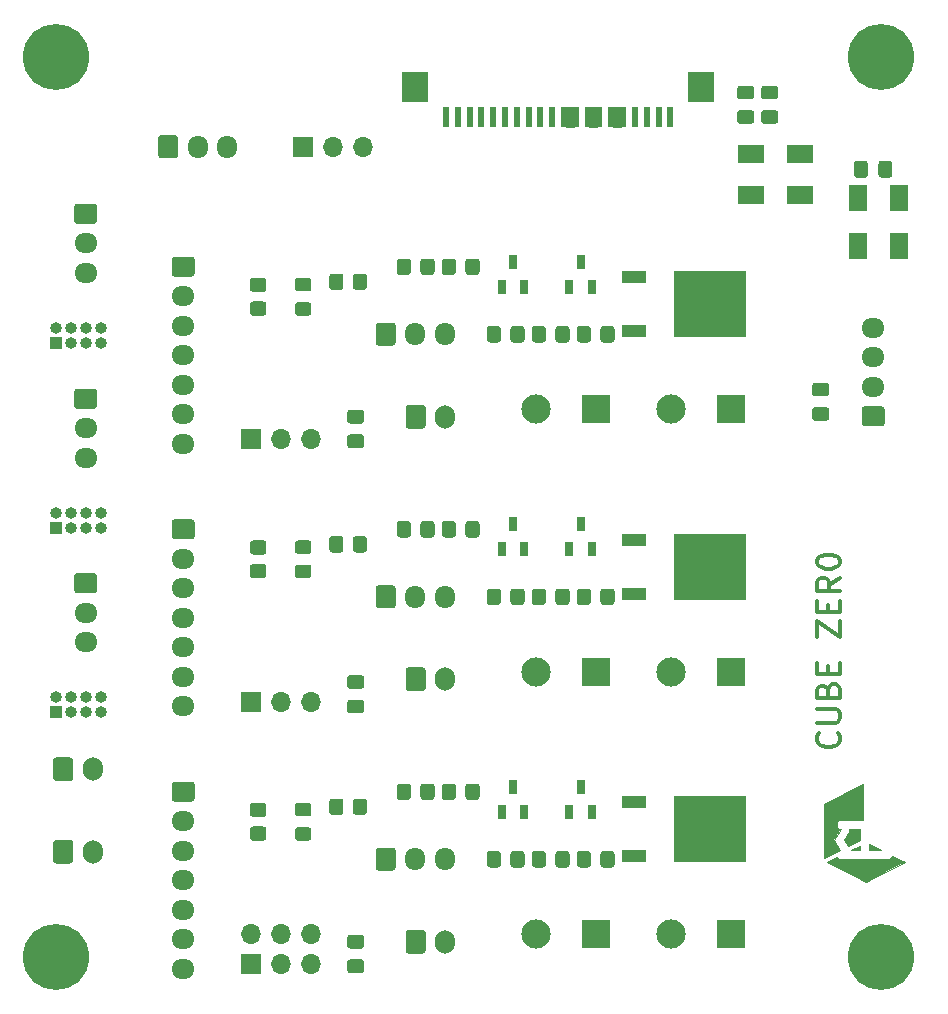
<source format=gbr>
%TF.GenerationSoftware,KiCad,Pcbnew,(5.1.9)-1*%
%TF.CreationDate,2021-02-17T21:12:08+00:00*%
%TF.ProjectId,switcherv0,73776974-6368-4657-9276-302e6b696361,rev?*%
%TF.SameCoordinates,Original*%
%TF.FileFunction,Soldermask,Top*%
%TF.FilePolarity,Negative*%
%FSLAX46Y46*%
G04 Gerber Fmt 4.6, Leading zero omitted, Abs format (unit mm)*
G04 Created by KiCad (PCBNEW (5.1.9)-1) date 2021-02-17 21:12:08*
%MOMM*%
%LPD*%
G01*
G04 APERTURE LIST*
%ADD10C,0.100000*%
%ADD11C,0.300000*%
%ADD12C,3.600000*%
%ADD13C,5.600000*%
%ADD14R,2.200000X2.500000*%
%ADD15R,0.600000X1.800000*%
%ADD16O,1.700000X2.000000*%
%ADD17O,1.700000X1.700000*%
%ADD18R,1.700000X1.700000*%
%ADD19R,1.550000X2.200000*%
%ADD20R,2.200000X1.550000*%
%ADD21R,0.650000X1.200000*%
%ADD22O,1.950000X1.700000*%
%ADD23R,6.200000X5.600000*%
%ADD24R,2.100000X1.000000*%
%ADD25C,2.475000*%
%ADD26R,2.475000X2.475000*%
%ADD27O,1.000000X1.000000*%
%ADD28R,1.000000X1.000000*%
%ADD29O,1.700000X1.950000*%
G04 APERTURE END LIST*
D10*
G36*
X159639000Y-65598040D02*
G01*
X158978600Y-65598040D01*
X158978600Y-63921640D01*
X159639000Y-63921640D01*
X159639000Y-65598040D01*
G37*
X159639000Y-65598040D02*
X158978600Y-65598040D01*
X158978600Y-63921640D01*
X159639000Y-63921640D01*
X159639000Y-65598040D01*
G36*
X157581600Y-65603120D02*
G01*
X156921200Y-65603120D01*
X156921200Y-63926720D01*
X157581600Y-63926720D01*
X157581600Y-65603120D01*
G37*
X157581600Y-65603120D02*
X156921200Y-65603120D01*
X156921200Y-63926720D01*
X157581600Y-63926720D01*
X157581600Y-65603120D01*
G36*
X155625800Y-65620900D02*
G01*
X154965400Y-65620900D01*
X154965400Y-63944500D01*
X155625800Y-63944500D01*
X155625800Y-65620900D01*
G37*
X155625800Y-65620900D02*
X154965400Y-65620900D01*
X154965400Y-63944500D01*
X155625800Y-63944500D01*
X155625800Y-65620900D01*
D11*
X178006285Y-116930952D02*
X178101523Y-117026190D01*
X178196761Y-117311904D01*
X178196761Y-117502380D01*
X178101523Y-117788095D01*
X177911047Y-117978571D01*
X177720571Y-118073809D01*
X177339619Y-118169047D01*
X177053904Y-118169047D01*
X176672952Y-118073809D01*
X176482476Y-117978571D01*
X176292000Y-117788095D01*
X176196761Y-117502380D01*
X176196761Y-117311904D01*
X176292000Y-117026190D01*
X176387238Y-116930952D01*
X176196761Y-116073809D02*
X177815809Y-116073809D01*
X178006285Y-115978571D01*
X178101523Y-115883333D01*
X178196761Y-115692857D01*
X178196761Y-115311904D01*
X178101523Y-115121428D01*
X178006285Y-115026190D01*
X177815809Y-114930952D01*
X176196761Y-114930952D01*
X177149142Y-113311904D02*
X177244380Y-113026190D01*
X177339619Y-112930952D01*
X177530095Y-112835714D01*
X177815809Y-112835714D01*
X178006285Y-112930952D01*
X178101523Y-113026190D01*
X178196761Y-113216666D01*
X178196761Y-113978571D01*
X176196761Y-113978571D01*
X176196761Y-113311904D01*
X176292000Y-113121428D01*
X176387238Y-113026190D01*
X176577714Y-112930952D01*
X176768190Y-112930952D01*
X176958666Y-113026190D01*
X177053904Y-113121428D01*
X177149142Y-113311904D01*
X177149142Y-113978571D01*
X177149142Y-111978571D02*
X177149142Y-111311904D01*
X178196761Y-111026190D02*
X178196761Y-111978571D01*
X176196761Y-111978571D01*
X176196761Y-111026190D01*
X176196761Y-108835714D02*
X176196761Y-107502380D01*
X178196761Y-108835714D01*
X178196761Y-107502380D01*
X177149142Y-106740476D02*
X177149142Y-106073809D01*
X178196761Y-105788095D02*
X178196761Y-106740476D01*
X176196761Y-106740476D01*
X176196761Y-105788095D01*
X178196761Y-103788095D02*
X177244380Y-104454761D01*
X178196761Y-104930952D02*
X176196761Y-104930952D01*
X176196761Y-104169047D01*
X176292000Y-103978571D01*
X176387238Y-103883333D01*
X176577714Y-103788095D01*
X176863428Y-103788095D01*
X177053904Y-103883333D01*
X177149142Y-103978571D01*
X177244380Y-104169047D01*
X177244380Y-104930952D01*
X176196761Y-102550000D02*
X176196761Y-102359523D01*
X176292000Y-102169047D01*
X176387238Y-102073809D01*
X176577714Y-101978571D01*
X176958666Y-101883333D01*
X177434857Y-101883333D01*
X177815809Y-101978571D01*
X178006285Y-102073809D01*
X178101523Y-102169047D01*
X178196761Y-102359523D01*
X178196761Y-102550000D01*
X178101523Y-102740476D01*
X178006285Y-102835714D01*
X177815809Y-102930952D01*
X177434857Y-103026190D01*
X176958666Y-103026190D01*
X176577714Y-102930952D01*
X176387238Y-102835714D01*
X176292000Y-102740476D01*
X176196761Y-102550000D01*
D10*
%TO.C,U1*%
G36*
X180086000Y-121285000D02*
G01*
X180086000Y-124333000D01*
X178054000Y-124333000D01*
X177927000Y-124460000D01*
X177927000Y-124968000D01*
X178054000Y-125095000D01*
X178244500Y-125095000D01*
X177673000Y-125984000D01*
X178181000Y-126809500D01*
X176784000Y-127508000D01*
X176784000Y-122936000D01*
X180086000Y-121285000D01*
G37*
X180086000Y-121285000D02*
X180086000Y-124333000D01*
X178054000Y-124333000D01*
X177927000Y-124460000D01*
X177927000Y-124968000D01*
X178054000Y-125095000D01*
X178244500Y-125095000D01*
X177673000Y-125984000D01*
X178181000Y-126809500D01*
X176784000Y-127508000D01*
X176784000Y-122936000D01*
X180086000Y-121285000D01*
G36*
X178943000Y-125285500D02*
G01*
X178943000Y-125095000D01*
X179832000Y-125095000D01*
X179832000Y-125984000D01*
X178816000Y-126492000D01*
X178498500Y-125984000D01*
X178943000Y-125285500D01*
G37*
X178943000Y-125285500D02*
X178943000Y-125095000D01*
X179832000Y-125095000D01*
X179832000Y-125984000D01*
X178816000Y-126492000D01*
X178498500Y-125984000D01*
X178943000Y-125285500D01*
G36*
X177927000Y-127444500D02*
G01*
X178054000Y-127635000D01*
X180340000Y-127635000D01*
X180340000Y-129540000D01*
X177038000Y-127889000D01*
X177927000Y-127444500D01*
G37*
X177927000Y-127444500D02*
X178054000Y-127635000D01*
X180340000Y-127635000D01*
X180340000Y-129540000D01*
X177038000Y-127889000D01*
X177927000Y-127444500D01*
G36*
X179832000Y-126492000D02*
G01*
X179832000Y-126873000D01*
X179070000Y-126873000D01*
X179832000Y-126492000D01*
G37*
X179832000Y-126492000D02*
X179832000Y-126873000D01*
X179070000Y-126873000D01*
X179832000Y-126492000D01*
G36*
X182372000Y-127635000D02*
G01*
X182562500Y-127381000D01*
X183642000Y-127889000D01*
X180340000Y-129540000D01*
X180340000Y-127635000D01*
X182372000Y-127635000D01*
G37*
X182372000Y-127635000D02*
X182562500Y-127381000D01*
X183642000Y-127889000D01*
X180340000Y-129540000D01*
X180340000Y-127635000D01*
X182372000Y-127635000D01*
G36*
X181610000Y-126873000D02*
G01*
X180594000Y-126873000D01*
X180594000Y-126365000D01*
X181610000Y-126873000D01*
G37*
X181610000Y-126873000D02*
X180594000Y-126873000D01*
X180594000Y-126365000D01*
X181610000Y-126873000D01*
G36*
X179832000Y-126492000D02*
G01*
X179832000Y-126873000D01*
X179070000Y-126873000D01*
X179832000Y-126492000D01*
G37*
X179832000Y-126492000D02*
X179832000Y-126873000D01*
X179070000Y-126873000D01*
X179832000Y-126492000D01*
G36*
X181610000Y-126873000D02*
G01*
X180594000Y-126873000D01*
X180594000Y-126365000D01*
X181610000Y-126873000D01*
G37*
X181610000Y-126873000D02*
X180594000Y-126873000D01*
X180594000Y-126365000D01*
X181610000Y-126873000D01*
G36*
X177927000Y-127444500D02*
G01*
X178054000Y-127635000D01*
X180340000Y-127635000D01*
X180340000Y-129540000D01*
X177038000Y-127889000D01*
X177927000Y-127444500D01*
G37*
X177927000Y-127444500D02*
X178054000Y-127635000D01*
X180340000Y-127635000D01*
X180340000Y-129540000D01*
X177038000Y-127889000D01*
X177927000Y-127444500D01*
G36*
X182372000Y-127635000D02*
G01*
X182562500Y-127381000D01*
X183642000Y-127889000D01*
X180340000Y-129540000D01*
X180340000Y-127635000D01*
X182372000Y-127635000D01*
G37*
X182372000Y-127635000D02*
X182562500Y-127381000D01*
X183642000Y-127889000D01*
X180340000Y-129540000D01*
X180340000Y-127635000D01*
X182372000Y-127635000D01*
%TD*%
D12*
%TO.C,H4*%
X111760000Y-135890000D03*
D13*
X111760000Y-135890000D03*
%TD*%
D12*
%TO.C,H3*%
X181610000Y-135890000D03*
D13*
X181610000Y-135890000D03*
%TD*%
D12*
%TO.C,H2*%
X181610000Y-59690000D03*
D13*
X181610000Y-59690000D03*
%TD*%
D12*
%TO.C,H1*%
X111760000Y-59690000D03*
D13*
X111760000Y-59690000D03*
%TD*%
%TO.C,C6*%
G36*
G01*
X181425000Y-69690000D02*
X181425000Y-68740000D01*
G75*
G02*
X181675000Y-68490000I250000J0D01*
G01*
X182350000Y-68490000D01*
G75*
G02*
X182600000Y-68740000I0J-250000D01*
G01*
X182600000Y-69690000D01*
G75*
G02*
X182350000Y-69940000I-250000J0D01*
G01*
X181675000Y-69940000D01*
G75*
G02*
X181425000Y-69690000I0J250000D01*
G01*
G37*
G36*
G01*
X179350000Y-69690000D02*
X179350000Y-68740000D01*
G75*
G02*
X179600000Y-68490000I250000J0D01*
G01*
X180275000Y-68490000D01*
G75*
G02*
X180525000Y-68740000I0J-250000D01*
G01*
X180525000Y-69690000D01*
G75*
G02*
X180275000Y-69940000I-250000J0D01*
G01*
X179600000Y-69940000D01*
G75*
G02*
X179350000Y-69690000I0J250000D01*
G01*
G37*
%TD*%
%TO.C,C5*%
G36*
G01*
X171737000Y-64204000D02*
X172687000Y-64204000D01*
G75*
G02*
X172937000Y-64454000I0J-250000D01*
G01*
X172937000Y-65129000D01*
G75*
G02*
X172687000Y-65379000I-250000J0D01*
G01*
X171737000Y-65379000D01*
G75*
G02*
X171487000Y-65129000I0J250000D01*
G01*
X171487000Y-64454000D01*
G75*
G02*
X171737000Y-64204000I250000J0D01*
G01*
G37*
G36*
G01*
X171737000Y-62129000D02*
X172687000Y-62129000D01*
G75*
G02*
X172937000Y-62379000I0J-250000D01*
G01*
X172937000Y-63054000D01*
G75*
G02*
X172687000Y-63304000I-250000J0D01*
G01*
X171737000Y-63304000D01*
G75*
G02*
X171487000Y-63054000I0J250000D01*
G01*
X171487000Y-62379000D01*
G75*
G02*
X171737000Y-62129000I250000J0D01*
G01*
G37*
%TD*%
%TO.C,C4*%
G36*
G01*
X177005000Y-88450000D02*
X176055000Y-88450000D01*
G75*
G02*
X175805000Y-88200000I0J250000D01*
G01*
X175805000Y-87525000D01*
G75*
G02*
X176055000Y-87275000I250000J0D01*
G01*
X177005000Y-87275000D01*
G75*
G02*
X177255000Y-87525000I0J-250000D01*
G01*
X177255000Y-88200000D01*
G75*
G02*
X177005000Y-88450000I-250000J0D01*
G01*
G37*
G36*
G01*
X177005000Y-90525000D02*
X176055000Y-90525000D01*
G75*
G02*
X175805000Y-90275000I0J250000D01*
G01*
X175805000Y-89600000D01*
G75*
G02*
X176055000Y-89350000I250000J0D01*
G01*
X177005000Y-89350000D01*
G75*
G02*
X177255000Y-89600000I0J-250000D01*
G01*
X177255000Y-90275000D01*
G75*
G02*
X177005000Y-90525000I-250000J0D01*
G01*
G37*
%TD*%
%TO.C,C3*%
G36*
G01*
X169705000Y-64204000D02*
X170655000Y-64204000D01*
G75*
G02*
X170905000Y-64454000I0J-250000D01*
G01*
X170905000Y-65129000D01*
G75*
G02*
X170655000Y-65379000I-250000J0D01*
G01*
X169705000Y-65379000D01*
G75*
G02*
X169455000Y-65129000I0J250000D01*
G01*
X169455000Y-64454000D01*
G75*
G02*
X169705000Y-64204000I250000J0D01*
G01*
G37*
G36*
G01*
X169705000Y-62129000D02*
X170655000Y-62129000D01*
G75*
G02*
X170905000Y-62379000I0J-250000D01*
G01*
X170905000Y-63054000D01*
G75*
G02*
X170655000Y-63304000I-250000J0D01*
G01*
X169705000Y-63304000D01*
G75*
G02*
X169455000Y-63054000I0J250000D01*
G01*
X169455000Y-62379000D01*
G75*
G02*
X169705000Y-62129000I250000J0D01*
G01*
G37*
%TD*%
%TO.C,D2*%
G36*
G01*
X133165001Y-79560000D02*
X132264999Y-79560000D01*
G75*
G02*
X132015000Y-79310001I0J249999D01*
G01*
X132015000Y-78659999D01*
G75*
G02*
X132264999Y-78410000I249999J0D01*
G01*
X133165001Y-78410000D01*
G75*
G02*
X133415000Y-78659999I0J-249999D01*
G01*
X133415000Y-79310001D01*
G75*
G02*
X133165001Y-79560000I-249999J0D01*
G01*
G37*
G36*
G01*
X133165001Y-81610000D02*
X132264999Y-81610000D01*
G75*
G02*
X132015000Y-81360001I0J249999D01*
G01*
X132015000Y-80709999D01*
G75*
G02*
X132264999Y-80460000I249999J0D01*
G01*
X133165001Y-80460000D01*
G75*
G02*
X133415000Y-80709999I0J-249999D01*
G01*
X133415000Y-81360001D01*
G75*
G02*
X133165001Y-81610000I-249999J0D01*
G01*
G37*
%TD*%
%TO.C,D1*%
G36*
G01*
X133165001Y-101785000D02*
X132264999Y-101785000D01*
G75*
G02*
X132015000Y-101535001I0J249999D01*
G01*
X132015000Y-100884999D01*
G75*
G02*
X132264999Y-100635000I249999J0D01*
G01*
X133165001Y-100635000D01*
G75*
G02*
X133415000Y-100884999I0J-249999D01*
G01*
X133415000Y-101535001D01*
G75*
G02*
X133165001Y-101785000I-249999J0D01*
G01*
G37*
G36*
G01*
X133165001Y-103835000D02*
X132264999Y-103835000D01*
G75*
G02*
X132015000Y-103585001I0J249999D01*
G01*
X132015000Y-102934999D01*
G75*
G02*
X132264999Y-102685000I249999J0D01*
G01*
X133165001Y-102685000D01*
G75*
G02*
X133415000Y-102934999I0J-249999D01*
G01*
X133415000Y-103585001D01*
G75*
G02*
X133165001Y-103835000I-249999J0D01*
G01*
G37*
%TD*%
%TO.C,D0*%
G36*
G01*
X133165001Y-124010000D02*
X132264999Y-124010000D01*
G75*
G02*
X132015000Y-123760001I0J249999D01*
G01*
X132015000Y-123109999D01*
G75*
G02*
X132264999Y-122860000I249999J0D01*
G01*
X133165001Y-122860000D01*
G75*
G02*
X133415000Y-123109999I0J-249999D01*
G01*
X133415000Y-123760001D01*
G75*
G02*
X133165001Y-124010000I-249999J0D01*
G01*
G37*
G36*
G01*
X133165001Y-126060000D02*
X132264999Y-126060000D01*
G75*
G02*
X132015000Y-125810001I0J249999D01*
G01*
X132015000Y-125159999D01*
G75*
G02*
X132264999Y-124910000I249999J0D01*
G01*
X133165001Y-124910000D01*
G75*
G02*
X133415000Y-125159999I0J-249999D01*
G01*
X133415000Y-125810001D01*
G75*
G02*
X133165001Y-126060000I-249999J0D01*
G01*
G37*
%TD*%
%TO.C,R20*%
G36*
G01*
X157080000Y-82734999D02*
X157080000Y-83635001D01*
G75*
G02*
X156830001Y-83885000I-249999J0D01*
G01*
X156129999Y-83885000D01*
G75*
G02*
X155880000Y-83635001I0J249999D01*
G01*
X155880000Y-82734999D01*
G75*
G02*
X156129999Y-82485000I249999J0D01*
G01*
X156830001Y-82485000D01*
G75*
G02*
X157080000Y-82734999I0J-249999D01*
G01*
G37*
G36*
G01*
X159080000Y-82734999D02*
X159080000Y-83635001D01*
G75*
G02*
X158830001Y-83885000I-249999J0D01*
G01*
X158129999Y-83885000D01*
G75*
G02*
X157880000Y-83635001I0J249999D01*
G01*
X157880000Y-82734999D01*
G75*
G02*
X158129999Y-82485000I249999J0D01*
G01*
X158830001Y-82485000D01*
G75*
G02*
X159080000Y-82734999I0J-249999D01*
G01*
G37*
%TD*%
%TO.C,R19*%
G36*
G01*
X154070000Y-83635001D02*
X154070000Y-82734999D01*
G75*
G02*
X154319999Y-82485000I249999J0D01*
G01*
X155020001Y-82485000D01*
G75*
G02*
X155270000Y-82734999I0J-249999D01*
G01*
X155270000Y-83635001D01*
G75*
G02*
X155020001Y-83885000I-249999J0D01*
G01*
X154319999Y-83885000D01*
G75*
G02*
X154070000Y-83635001I0J249999D01*
G01*
G37*
G36*
G01*
X152070000Y-83635001D02*
X152070000Y-82734999D01*
G75*
G02*
X152319999Y-82485000I249999J0D01*
G01*
X153020001Y-82485000D01*
G75*
G02*
X153270000Y-82734999I0J-249999D01*
G01*
X153270000Y-83635001D01*
G75*
G02*
X153020001Y-83885000I-249999J0D01*
G01*
X152319999Y-83885000D01*
G75*
G02*
X152070000Y-83635001I0J249999D01*
G01*
G37*
%TD*%
%TO.C,R18*%
G36*
G01*
X150260000Y-83635001D02*
X150260000Y-82734999D01*
G75*
G02*
X150509999Y-82485000I249999J0D01*
G01*
X151210001Y-82485000D01*
G75*
G02*
X151460000Y-82734999I0J-249999D01*
G01*
X151460000Y-83635001D01*
G75*
G02*
X151210001Y-83885000I-249999J0D01*
G01*
X150509999Y-83885000D01*
G75*
G02*
X150260000Y-83635001I0J249999D01*
G01*
G37*
G36*
G01*
X148260000Y-83635001D02*
X148260000Y-82734999D01*
G75*
G02*
X148509999Y-82485000I249999J0D01*
G01*
X149210001Y-82485000D01*
G75*
G02*
X149460000Y-82734999I0J-249999D01*
G01*
X149460000Y-83635001D01*
G75*
G02*
X149210001Y-83885000I-249999J0D01*
G01*
X148509999Y-83885000D01*
G75*
G02*
X148260000Y-83635001I0J249999D01*
G01*
G37*
%TD*%
%TO.C,R17*%
G36*
G01*
X145650000Y-77019999D02*
X145650000Y-77920001D01*
G75*
G02*
X145400001Y-78170000I-249999J0D01*
G01*
X144699999Y-78170000D01*
G75*
G02*
X144450000Y-77920001I0J249999D01*
G01*
X144450000Y-77019999D01*
G75*
G02*
X144699999Y-76770000I249999J0D01*
G01*
X145400001Y-76770000D01*
G75*
G02*
X145650000Y-77019999I0J-249999D01*
G01*
G37*
G36*
G01*
X147650000Y-77019999D02*
X147650000Y-77920001D01*
G75*
G02*
X147400001Y-78170000I-249999J0D01*
G01*
X146699999Y-78170000D01*
G75*
G02*
X146450000Y-77920001I0J249999D01*
G01*
X146450000Y-77019999D01*
G75*
G02*
X146699999Y-76770000I249999J0D01*
G01*
X147400001Y-76770000D01*
G75*
G02*
X147650000Y-77019999I0J-249999D01*
G01*
G37*
%TD*%
%TO.C,R16*%
G36*
G01*
X141840000Y-77019999D02*
X141840000Y-77920001D01*
G75*
G02*
X141590001Y-78170000I-249999J0D01*
G01*
X140889999Y-78170000D01*
G75*
G02*
X140640000Y-77920001I0J249999D01*
G01*
X140640000Y-77019999D01*
G75*
G02*
X140889999Y-76770000I249999J0D01*
G01*
X141590001Y-76770000D01*
G75*
G02*
X141840000Y-77019999I0J-249999D01*
G01*
G37*
G36*
G01*
X143840000Y-77019999D02*
X143840000Y-77920001D01*
G75*
G02*
X143590001Y-78170000I-249999J0D01*
G01*
X142889999Y-78170000D01*
G75*
G02*
X142640000Y-77920001I0J249999D01*
G01*
X142640000Y-77019999D01*
G75*
G02*
X142889999Y-76770000I249999J0D01*
G01*
X143590001Y-76770000D01*
G75*
G02*
X143840000Y-77019999I0J-249999D01*
G01*
G37*
%TD*%
%TO.C,R15*%
G36*
G01*
X136925000Y-79190001D02*
X136925000Y-78289999D01*
G75*
G02*
X137174999Y-78040000I249999J0D01*
G01*
X137875001Y-78040000D01*
G75*
G02*
X138125000Y-78289999I0J-249999D01*
G01*
X138125000Y-79190001D01*
G75*
G02*
X137875001Y-79440000I-249999J0D01*
G01*
X137174999Y-79440000D01*
G75*
G02*
X136925000Y-79190001I0J249999D01*
G01*
G37*
G36*
G01*
X134925000Y-79190001D02*
X134925000Y-78289999D01*
G75*
G02*
X135174999Y-78040000I249999J0D01*
G01*
X135875001Y-78040000D01*
G75*
G02*
X136125000Y-78289999I0J-249999D01*
G01*
X136125000Y-79190001D01*
G75*
G02*
X135875001Y-79440000I-249999J0D01*
G01*
X135174999Y-79440000D01*
G75*
G02*
X134925000Y-79190001I0J249999D01*
G01*
G37*
%TD*%
%TO.C,R14*%
G36*
G01*
X129355001Y-79610000D02*
X128454999Y-79610000D01*
G75*
G02*
X128205000Y-79360001I0J249999D01*
G01*
X128205000Y-78659999D01*
G75*
G02*
X128454999Y-78410000I249999J0D01*
G01*
X129355001Y-78410000D01*
G75*
G02*
X129605000Y-78659999I0J-249999D01*
G01*
X129605000Y-79360001D01*
G75*
G02*
X129355001Y-79610000I-249999J0D01*
G01*
G37*
G36*
G01*
X129355001Y-81610000D02*
X128454999Y-81610000D01*
G75*
G02*
X128205000Y-81360001I0J249999D01*
G01*
X128205000Y-80659999D01*
G75*
G02*
X128454999Y-80410000I249999J0D01*
G01*
X129355001Y-80410000D01*
G75*
G02*
X129605000Y-80659999I0J-249999D01*
G01*
X129605000Y-81360001D01*
G75*
G02*
X129355001Y-81610000I-249999J0D01*
G01*
G37*
%TD*%
%TO.C,R13*%
G36*
G01*
X157080000Y-104959999D02*
X157080000Y-105860001D01*
G75*
G02*
X156830001Y-106110000I-249999J0D01*
G01*
X156129999Y-106110000D01*
G75*
G02*
X155880000Y-105860001I0J249999D01*
G01*
X155880000Y-104959999D01*
G75*
G02*
X156129999Y-104710000I249999J0D01*
G01*
X156830001Y-104710000D01*
G75*
G02*
X157080000Y-104959999I0J-249999D01*
G01*
G37*
G36*
G01*
X159080000Y-104959999D02*
X159080000Y-105860001D01*
G75*
G02*
X158830001Y-106110000I-249999J0D01*
G01*
X158129999Y-106110000D01*
G75*
G02*
X157880000Y-105860001I0J249999D01*
G01*
X157880000Y-104959999D01*
G75*
G02*
X158129999Y-104710000I249999J0D01*
G01*
X158830001Y-104710000D01*
G75*
G02*
X159080000Y-104959999I0J-249999D01*
G01*
G37*
%TD*%
%TO.C,R12*%
G36*
G01*
X154070000Y-105860001D02*
X154070000Y-104959999D01*
G75*
G02*
X154319999Y-104710000I249999J0D01*
G01*
X155020001Y-104710000D01*
G75*
G02*
X155270000Y-104959999I0J-249999D01*
G01*
X155270000Y-105860001D01*
G75*
G02*
X155020001Y-106110000I-249999J0D01*
G01*
X154319999Y-106110000D01*
G75*
G02*
X154070000Y-105860001I0J249999D01*
G01*
G37*
G36*
G01*
X152070000Y-105860001D02*
X152070000Y-104959999D01*
G75*
G02*
X152319999Y-104710000I249999J0D01*
G01*
X153020001Y-104710000D01*
G75*
G02*
X153270000Y-104959999I0J-249999D01*
G01*
X153270000Y-105860001D01*
G75*
G02*
X153020001Y-106110000I-249999J0D01*
G01*
X152319999Y-106110000D01*
G75*
G02*
X152070000Y-105860001I0J249999D01*
G01*
G37*
%TD*%
%TO.C,R11*%
G36*
G01*
X150260000Y-105860001D02*
X150260000Y-104959999D01*
G75*
G02*
X150509999Y-104710000I249999J0D01*
G01*
X151210001Y-104710000D01*
G75*
G02*
X151460000Y-104959999I0J-249999D01*
G01*
X151460000Y-105860001D01*
G75*
G02*
X151210001Y-106110000I-249999J0D01*
G01*
X150509999Y-106110000D01*
G75*
G02*
X150260000Y-105860001I0J249999D01*
G01*
G37*
G36*
G01*
X148260000Y-105860001D02*
X148260000Y-104959999D01*
G75*
G02*
X148509999Y-104710000I249999J0D01*
G01*
X149210001Y-104710000D01*
G75*
G02*
X149460000Y-104959999I0J-249999D01*
G01*
X149460000Y-105860001D01*
G75*
G02*
X149210001Y-106110000I-249999J0D01*
G01*
X148509999Y-106110000D01*
G75*
G02*
X148260000Y-105860001I0J249999D01*
G01*
G37*
%TD*%
%TO.C,R10*%
G36*
G01*
X145650000Y-99244999D02*
X145650000Y-100145001D01*
G75*
G02*
X145400001Y-100395000I-249999J0D01*
G01*
X144699999Y-100395000D01*
G75*
G02*
X144450000Y-100145001I0J249999D01*
G01*
X144450000Y-99244999D01*
G75*
G02*
X144699999Y-98995000I249999J0D01*
G01*
X145400001Y-98995000D01*
G75*
G02*
X145650000Y-99244999I0J-249999D01*
G01*
G37*
G36*
G01*
X147650000Y-99244999D02*
X147650000Y-100145001D01*
G75*
G02*
X147400001Y-100395000I-249999J0D01*
G01*
X146699999Y-100395000D01*
G75*
G02*
X146450000Y-100145001I0J249999D01*
G01*
X146450000Y-99244999D01*
G75*
G02*
X146699999Y-98995000I249999J0D01*
G01*
X147400001Y-98995000D01*
G75*
G02*
X147650000Y-99244999I0J-249999D01*
G01*
G37*
%TD*%
%TO.C,R9*%
G36*
G01*
X141840000Y-99244999D02*
X141840000Y-100145001D01*
G75*
G02*
X141590001Y-100395000I-249999J0D01*
G01*
X140889999Y-100395000D01*
G75*
G02*
X140640000Y-100145001I0J249999D01*
G01*
X140640000Y-99244999D01*
G75*
G02*
X140889999Y-98995000I249999J0D01*
G01*
X141590001Y-98995000D01*
G75*
G02*
X141840000Y-99244999I0J-249999D01*
G01*
G37*
G36*
G01*
X143840000Y-99244999D02*
X143840000Y-100145001D01*
G75*
G02*
X143590001Y-100395000I-249999J0D01*
G01*
X142889999Y-100395000D01*
G75*
G02*
X142640000Y-100145001I0J249999D01*
G01*
X142640000Y-99244999D01*
G75*
G02*
X142889999Y-98995000I249999J0D01*
G01*
X143590001Y-98995000D01*
G75*
G02*
X143840000Y-99244999I0J-249999D01*
G01*
G37*
%TD*%
%TO.C,R8*%
G36*
G01*
X136925000Y-101415001D02*
X136925000Y-100514999D01*
G75*
G02*
X137174999Y-100265000I249999J0D01*
G01*
X137875001Y-100265000D01*
G75*
G02*
X138125000Y-100514999I0J-249999D01*
G01*
X138125000Y-101415001D01*
G75*
G02*
X137875001Y-101665000I-249999J0D01*
G01*
X137174999Y-101665000D01*
G75*
G02*
X136925000Y-101415001I0J249999D01*
G01*
G37*
G36*
G01*
X134925000Y-101415001D02*
X134925000Y-100514999D01*
G75*
G02*
X135174999Y-100265000I249999J0D01*
G01*
X135875001Y-100265000D01*
G75*
G02*
X136125000Y-100514999I0J-249999D01*
G01*
X136125000Y-101415001D01*
G75*
G02*
X135875001Y-101665000I-249999J0D01*
G01*
X135174999Y-101665000D01*
G75*
G02*
X134925000Y-101415001I0J249999D01*
G01*
G37*
%TD*%
%TO.C,R7*%
G36*
G01*
X129355001Y-101835000D02*
X128454999Y-101835000D01*
G75*
G02*
X128205000Y-101585001I0J249999D01*
G01*
X128205000Y-100884999D01*
G75*
G02*
X128454999Y-100635000I249999J0D01*
G01*
X129355001Y-100635000D01*
G75*
G02*
X129605000Y-100884999I0J-249999D01*
G01*
X129605000Y-101585001D01*
G75*
G02*
X129355001Y-101835000I-249999J0D01*
G01*
G37*
G36*
G01*
X129355001Y-103835000D02*
X128454999Y-103835000D01*
G75*
G02*
X128205000Y-103585001I0J249999D01*
G01*
X128205000Y-102884999D01*
G75*
G02*
X128454999Y-102635000I249999J0D01*
G01*
X129355001Y-102635000D01*
G75*
G02*
X129605000Y-102884999I0J-249999D01*
G01*
X129605000Y-103585001D01*
G75*
G02*
X129355001Y-103835000I-249999J0D01*
G01*
G37*
%TD*%
%TO.C,R6*%
G36*
G01*
X157080000Y-127184999D02*
X157080000Y-128085001D01*
G75*
G02*
X156830001Y-128335000I-249999J0D01*
G01*
X156129999Y-128335000D01*
G75*
G02*
X155880000Y-128085001I0J249999D01*
G01*
X155880000Y-127184999D01*
G75*
G02*
X156129999Y-126935000I249999J0D01*
G01*
X156830001Y-126935000D01*
G75*
G02*
X157080000Y-127184999I0J-249999D01*
G01*
G37*
G36*
G01*
X159080000Y-127184999D02*
X159080000Y-128085001D01*
G75*
G02*
X158830001Y-128335000I-249999J0D01*
G01*
X158129999Y-128335000D01*
G75*
G02*
X157880000Y-128085001I0J249999D01*
G01*
X157880000Y-127184999D01*
G75*
G02*
X158129999Y-126935000I249999J0D01*
G01*
X158830001Y-126935000D01*
G75*
G02*
X159080000Y-127184999I0J-249999D01*
G01*
G37*
%TD*%
%TO.C,R5*%
G36*
G01*
X154070000Y-128085001D02*
X154070000Y-127184999D01*
G75*
G02*
X154319999Y-126935000I249999J0D01*
G01*
X155020001Y-126935000D01*
G75*
G02*
X155270000Y-127184999I0J-249999D01*
G01*
X155270000Y-128085001D01*
G75*
G02*
X155020001Y-128335000I-249999J0D01*
G01*
X154319999Y-128335000D01*
G75*
G02*
X154070000Y-128085001I0J249999D01*
G01*
G37*
G36*
G01*
X152070000Y-128085001D02*
X152070000Y-127184999D01*
G75*
G02*
X152319999Y-126935000I249999J0D01*
G01*
X153020001Y-126935000D01*
G75*
G02*
X153270000Y-127184999I0J-249999D01*
G01*
X153270000Y-128085001D01*
G75*
G02*
X153020001Y-128335000I-249999J0D01*
G01*
X152319999Y-128335000D01*
G75*
G02*
X152070000Y-128085001I0J249999D01*
G01*
G37*
%TD*%
%TO.C,R4*%
G36*
G01*
X150260000Y-128085001D02*
X150260000Y-127184999D01*
G75*
G02*
X150509999Y-126935000I249999J0D01*
G01*
X151210001Y-126935000D01*
G75*
G02*
X151460000Y-127184999I0J-249999D01*
G01*
X151460000Y-128085001D01*
G75*
G02*
X151210001Y-128335000I-249999J0D01*
G01*
X150509999Y-128335000D01*
G75*
G02*
X150260000Y-128085001I0J249999D01*
G01*
G37*
G36*
G01*
X148260000Y-128085001D02*
X148260000Y-127184999D01*
G75*
G02*
X148509999Y-126935000I249999J0D01*
G01*
X149210001Y-126935000D01*
G75*
G02*
X149460000Y-127184999I0J-249999D01*
G01*
X149460000Y-128085001D01*
G75*
G02*
X149210001Y-128335000I-249999J0D01*
G01*
X148509999Y-128335000D01*
G75*
G02*
X148260000Y-128085001I0J249999D01*
G01*
G37*
%TD*%
%TO.C,R3*%
G36*
G01*
X145650000Y-121469999D02*
X145650000Y-122370001D01*
G75*
G02*
X145400001Y-122620000I-249999J0D01*
G01*
X144699999Y-122620000D01*
G75*
G02*
X144450000Y-122370001I0J249999D01*
G01*
X144450000Y-121469999D01*
G75*
G02*
X144699999Y-121220000I249999J0D01*
G01*
X145400001Y-121220000D01*
G75*
G02*
X145650000Y-121469999I0J-249999D01*
G01*
G37*
G36*
G01*
X147650000Y-121469999D02*
X147650000Y-122370001D01*
G75*
G02*
X147400001Y-122620000I-249999J0D01*
G01*
X146699999Y-122620000D01*
G75*
G02*
X146450000Y-122370001I0J249999D01*
G01*
X146450000Y-121469999D01*
G75*
G02*
X146699999Y-121220000I249999J0D01*
G01*
X147400001Y-121220000D01*
G75*
G02*
X147650000Y-121469999I0J-249999D01*
G01*
G37*
%TD*%
%TO.C,R2*%
G36*
G01*
X141840000Y-121469999D02*
X141840000Y-122370001D01*
G75*
G02*
X141590001Y-122620000I-249999J0D01*
G01*
X140889999Y-122620000D01*
G75*
G02*
X140640000Y-122370001I0J249999D01*
G01*
X140640000Y-121469999D01*
G75*
G02*
X140889999Y-121220000I249999J0D01*
G01*
X141590001Y-121220000D01*
G75*
G02*
X141840000Y-121469999I0J-249999D01*
G01*
G37*
G36*
G01*
X143840000Y-121469999D02*
X143840000Y-122370001D01*
G75*
G02*
X143590001Y-122620000I-249999J0D01*
G01*
X142889999Y-122620000D01*
G75*
G02*
X142640000Y-122370001I0J249999D01*
G01*
X142640000Y-121469999D01*
G75*
G02*
X142889999Y-121220000I249999J0D01*
G01*
X143590001Y-121220000D01*
G75*
G02*
X143840000Y-121469999I0J-249999D01*
G01*
G37*
%TD*%
%TO.C,R1*%
G36*
G01*
X136925000Y-123640001D02*
X136925000Y-122739999D01*
G75*
G02*
X137174999Y-122490000I249999J0D01*
G01*
X137875001Y-122490000D01*
G75*
G02*
X138125000Y-122739999I0J-249999D01*
G01*
X138125000Y-123640001D01*
G75*
G02*
X137875001Y-123890000I-249999J0D01*
G01*
X137174999Y-123890000D01*
G75*
G02*
X136925000Y-123640001I0J249999D01*
G01*
G37*
G36*
G01*
X134925000Y-123640001D02*
X134925000Y-122739999D01*
G75*
G02*
X135174999Y-122490000I249999J0D01*
G01*
X135875001Y-122490000D01*
G75*
G02*
X136125000Y-122739999I0J-249999D01*
G01*
X136125000Y-123640001D01*
G75*
G02*
X135875001Y-123890000I-249999J0D01*
G01*
X135174999Y-123890000D01*
G75*
G02*
X134925000Y-123640001I0J249999D01*
G01*
G37*
%TD*%
%TO.C,R0*%
G36*
G01*
X129355001Y-124060000D02*
X128454999Y-124060000D01*
G75*
G02*
X128205000Y-123810001I0J249999D01*
G01*
X128205000Y-123109999D01*
G75*
G02*
X128454999Y-122860000I249999J0D01*
G01*
X129355001Y-122860000D01*
G75*
G02*
X129605000Y-123109999I0J-249999D01*
G01*
X129605000Y-123810001D01*
G75*
G02*
X129355001Y-124060000I-249999J0D01*
G01*
G37*
G36*
G01*
X129355001Y-126060000D02*
X128454999Y-126060000D01*
G75*
G02*
X128205000Y-125810001I0J249999D01*
G01*
X128205000Y-125109999D01*
G75*
G02*
X128454999Y-124860000I249999J0D01*
G01*
X129355001Y-124860000D01*
G75*
G02*
X129605000Y-125109999I0J-249999D01*
G01*
X129605000Y-125810001D01*
G75*
G02*
X129355001Y-126060000I-249999J0D01*
G01*
G37*
%TD*%
D14*
%TO.C,J0*%
X142205000Y-62230000D03*
X166405000Y-62230000D03*
D15*
X144805000Y-64770000D03*
X145805000Y-64770000D03*
X146805000Y-64770000D03*
X147805000Y-64770000D03*
X148805000Y-64770000D03*
X149805000Y-64770000D03*
X150805000Y-64770000D03*
X151805000Y-64770000D03*
X152805000Y-64770000D03*
X153805000Y-64770000D03*
X154805000Y-64770000D03*
X155805000Y-64770000D03*
X156805000Y-64770000D03*
X157805000Y-64770000D03*
X158805000Y-64770000D03*
X159805000Y-64770000D03*
X160805000Y-64770000D03*
X161805000Y-64770000D03*
X162805000Y-64770000D03*
X163805000Y-64770000D03*
%TD*%
D16*
%TO.C,J9*%
X144740000Y-134620000D03*
G36*
G01*
X141390000Y-135370000D02*
X141390000Y-133870000D01*
G75*
G02*
X141640000Y-133620000I250000J0D01*
G01*
X142840000Y-133620000D01*
G75*
G02*
X143090000Y-133870000I0J-250000D01*
G01*
X143090000Y-135370000D01*
G75*
G02*
X142840000Y-135620000I-250000J0D01*
G01*
X141640000Y-135620000D01*
G75*
G02*
X141390000Y-135370000I0J250000D01*
G01*
G37*
%TD*%
D17*
%TO.C,JP3*%
X137795000Y-67310000D03*
X135255000Y-67310000D03*
D18*
X132715000Y-67310000D03*
%TD*%
D19*
%TO.C,Z3*%
X183134000Y-75710000D03*
X183134000Y-71610000D03*
%TD*%
%TO.C,Z2*%
X179705000Y-75710000D03*
X179705000Y-71610000D03*
%TD*%
D20*
%TO.C,Z1*%
X170670000Y-71374000D03*
X174770000Y-71374000D03*
%TD*%
%TO.C,Z0*%
X170670000Y-67945000D03*
X174770000Y-67945000D03*
%TD*%
D21*
%TO.C,Q6*%
X149535000Y-79155000D03*
X151455000Y-79155000D03*
X150495000Y-77055000D03*
%TD*%
%TO.C,Q3*%
X149535000Y-101380000D03*
X151455000Y-101380000D03*
X150495000Y-99280000D03*
%TD*%
%TO.C,Q0*%
X149535000Y-123605000D03*
X151455000Y-123605000D03*
X150495000Y-121505000D03*
%TD*%
D22*
%TO.C,J14*%
X122555000Y-136920000D03*
X122555000Y-134420000D03*
X122555000Y-131920000D03*
X122555000Y-129420000D03*
X122555000Y-126920000D03*
X122555000Y-124420000D03*
G36*
G01*
X121830000Y-121070000D02*
X123280000Y-121070000D01*
G75*
G02*
X123530000Y-121320000I0J-250000D01*
G01*
X123530000Y-122520000D01*
G75*
G02*
X123280000Y-122770000I-250000J0D01*
G01*
X121830000Y-122770000D01*
G75*
G02*
X121580000Y-122520000I0J250000D01*
G01*
X121580000Y-121320000D01*
G75*
G02*
X121830000Y-121070000I250000J0D01*
G01*
G37*
%TD*%
D21*
%TO.C,Q7*%
X155250000Y-79155000D03*
X157170000Y-79155000D03*
X156210000Y-77055000D03*
%TD*%
%TO.C,Q4*%
X155250000Y-101380000D03*
X157170000Y-101380000D03*
X156210000Y-99280000D03*
%TD*%
D23*
%TO.C,Q8*%
X167200000Y-80645000D03*
D24*
X160750000Y-82925000D03*
X160750000Y-78365000D03*
%TD*%
D23*
%TO.C,Q5*%
X167200000Y-102870000D03*
D24*
X160750000Y-105150000D03*
X160750000Y-100590000D03*
%TD*%
D23*
%TO.C,Q2*%
X167200000Y-125095000D03*
D24*
X160750000Y-127375000D03*
X160750000Y-122815000D03*
%TD*%
D25*
%TO.C,J2*%
X152400000Y-133985000D03*
D26*
X157480000Y-133985000D03*
%TD*%
D21*
%TO.C,Q1*%
X155250000Y-123605000D03*
X157170000Y-123605000D03*
X156210000Y-121505000D03*
%TD*%
D22*
%TO.C,J20*%
X114300000Y-77978000D03*
X114300000Y-75478000D03*
G36*
G01*
X113575000Y-72128000D02*
X115025000Y-72128000D01*
G75*
G02*
X115275000Y-72378000I0J-250000D01*
G01*
X115275000Y-73578000D01*
G75*
G02*
X115025000Y-73828000I-250000J0D01*
G01*
X113575000Y-73828000D01*
G75*
G02*
X113325000Y-73578000I0J250000D01*
G01*
X113325000Y-72378000D01*
G75*
G02*
X113575000Y-72128000I250000J0D01*
G01*
G37*
%TD*%
D16*
%TO.C,J17*%
X114895000Y-120015000D03*
G36*
G01*
X111545000Y-120765000D02*
X111545000Y-119265000D01*
G75*
G02*
X111795000Y-119015000I250000J0D01*
G01*
X112995000Y-119015000D01*
G75*
G02*
X113245000Y-119265000I0J-250000D01*
G01*
X113245000Y-120765000D01*
G75*
G02*
X112995000Y-121015000I-250000J0D01*
G01*
X111795000Y-121015000D01*
G75*
G02*
X111545000Y-120765000I0J250000D01*
G01*
G37*
%TD*%
D22*
%TO.C,J21*%
X114300000Y-93646000D03*
X114300000Y-91146000D03*
G36*
G01*
X113575000Y-87796000D02*
X115025000Y-87796000D01*
G75*
G02*
X115275000Y-88046000I0J-250000D01*
G01*
X115275000Y-89246000D01*
G75*
G02*
X115025000Y-89496000I-250000J0D01*
G01*
X113575000Y-89496000D01*
G75*
G02*
X113325000Y-89246000I0J250000D01*
G01*
X113325000Y-88046000D01*
G75*
G02*
X113575000Y-87796000I250000J0D01*
G01*
G37*
%TD*%
%TO.C,J22*%
X114300000Y-109267000D03*
X114300000Y-106767000D03*
G36*
G01*
X113575000Y-103417000D02*
X115025000Y-103417000D01*
G75*
G02*
X115275000Y-103667000I0J-250000D01*
G01*
X115275000Y-104867000D01*
G75*
G02*
X115025000Y-105117000I-250000J0D01*
G01*
X113575000Y-105117000D01*
G75*
G02*
X113325000Y-104867000I0J250000D01*
G01*
X113325000Y-103667000D01*
G75*
G02*
X113575000Y-103417000I250000J0D01*
G01*
G37*
%TD*%
D27*
%TO.C,JP6*%
X115570000Y-113919000D03*
X115570000Y-115189000D03*
X114300000Y-113919000D03*
X114300000Y-115189000D03*
X113030000Y-113919000D03*
X113030000Y-115189000D03*
X111760000Y-113919000D03*
D28*
X111760000Y-115189000D03*
%TD*%
D27*
%TO.C,JP5*%
X115570000Y-98298000D03*
X115570000Y-99568000D03*
X114300000Y-98298000D03*
X114300000Y-99568000D03*
X113030000Y-98298000D03*
X113030000Y-99568000D03*
X111760000Y-98298000D03*
D28*
X111760000Y-99568000D03*
%TD*%
D27*
%TO.C,JP4*%
X115570000Y-82677000D03*
X115570000Y-83947000D03*
X114300000Y-82677000D03*
X114300000Y-83947000D03*
X113030000Y-82677000D03*
X113030000Y-83947000D03*
X111760000Y-82677000D03*
D28*
X111760000Y-83947000D03*
%TD*%
D29*
%TO.C,J19*%
X126285000Y-67310000D03*
X123785000Y-67310000D03*
G36*
G01*
X120435000Y-68035000D02*
X120435000Y-66585000D01*
G75*
G02*
X120685000Y-66335000I250000J0D01*
G01*
X121885000Y-66335000D01*
G75*
G02*
X122135000Y-66585000I0J-250000D01*
G01*
X122135000Y-68035000D01*
G75*
G02*
X121885000Y-68285000I-250000J0D01*
G01*
X120685000Y-68285000D01*
G75*
G02*
X120435000Y-68035000I0J250000D01*
G01*
G37*
%TD*%
D16*
%TO.C,J18*%
X114895000Y-127000000D03*
G36*
G01*
X111545000Y-127750000D02*
X111545000Y-126250000D01*
G75*
G02*
X111795000Y-126000000I250000J0D01*
G01*
X112995000Y-126000000D01*
G75*
G02*
X113245000Y-126250000I0J-250000D01*
G01*
X113245000Y-127750000D01*
G75*
G02*
X112995000Y-128000000I-250000J0D01*
G01*
X111795000Y-128000000D01*
G75*
G02*
X111545000Y-127750000I0J250000D01*
G01*
G37*
%TD*%
%TO.C,J16*%
G36*
G01*
X121830000Y-76620000D02*
X123280000Y-76620000D01*
G75*
G02*
X123530000Y-76870000I0J-250000D01*
G01*
X123530000Y-78070000D01*
G75*
G02*
X123280000Y-78320000I-250000J0D01*
G01*
X121830000Y-78320000D01*
G75*
G02*
X121580000Y-78070000I0J250000D01*
G01*
X121580000Y-76870000D01*
G75*
G02*
X121830000Y-76620000I250000J0D01*
G01*
G37*
D22*
X122555000Y-79970000D03*
X122555000Y-82470000D03*
X122555000Y-84970000D03*
X122555000Y-87470000D03*
X122555000Y-89970000D03*
X122555000Y-92470000D03*
%TD*%
%TO.C,J15*%
X122555000Y-114695000D03*
X122555000Y-112195000D03*
X122555000Y-109695000D03*
X122555000Y-107195000D03*
X122555000Y-104695000D03*
X122555000Y-102195000D03*
G36*
G01*
X121830000Y-98845000D02*
X123280000Y-98845000D01*
G75*
G02*
X123530000Y-99095000I0J-250000D01*
G01*
X123530000Y-100295000D01*
G75*
G02*
X123280000Y-100545000I-250000J0D01*
G01*
X121830000Y-100545000D01*
G75*
G02*
X121580000Y-100295000I0J250000D01*
G01*
X121580000Y-99095000D01*
G75*
G02*
X121830000Y-98845000I250000J0D01*
G01*
G37*
%TD*%
%TO.C,J13*%
G36*
G01*
X141390000Y-90920000D02*
X141390000Y-89420000D01*
G75*
G02*
X141640000Y-89170000I250000J0D01*
G01*
X142840000Y-89170000D01*
G75*
G02*
X143090000Y-89420000I0J-250000D01*
G01*
X143090000Y-90920000D01*
G75*
G02*
X142840000Y-91170000I-250000J0D01*
G01*
X141640000Y-91170000D01*
G75*
G02*
X141390000Y-90920000I0J250000D01*
G01*
G37*
D16*
X144740000Y-90170000D03*
%TD*%
%TO.C,J12*%
G36*
G01*
X138850000Y-83910000D02*
X138850000Y-82460000D01*
G75*
G02*
X139100000Y-82210000I250000J0D01*
G01*
X140300000Y-82210000D01*
G75*
G02*
X140550000Y-82460000I0J-250000D01*
G01*
X140550000Y-83910000D01*
G75*
G02*
X140300000Y-84160000I-250000J0D01*
G01*
X139100000Y-84160000D01*
G75*
G02*
X138850000Y-83910000I0J250000D01*
G01*
G37*
D29*
X142200000Y-83185000D03*
X144700000Y-83185000D03*
%TD*%
D16*
%TO.C,J11*%
X144740000Y-112395000D03*
G36*
G01*
X141390000Y-113145000D02*
X141390000Y-111645000D01*
G75*
G02*
X141640000Y-111395000I250000J0D01*
G01*
X142840000Y-111395000D01*
G75*
G02*
X143090000Y-111645000I0J-250000D01*
G01*
X143090000Y-113145000D01*
G75*
G02*
X142840000Y-113395000I-250000J0D01*
G01*
X141640000Y-113395000D01*
G75*
G02*
X141390000Y-113145000I0J250000D01*
G01*
G37*
%TD*%
D29*
%TO.C,J10*%
X144700000Y-105410000D03*
X142200000Y-105410000D03*
G36*
G01*
X138850000Y-106135000D02*
X138850000Y-104685000D01*
G75*
G02*
X139100000Y-104435000I250000J0D01*
G01*
X140300000Y-104435000D01*
G75*
G02*
X140550000Y-104685000I0J-250000D01*
G01*
X140550000Y-106135000D01*
G75*
G02*
X140300000Y-106385000I-250000J0D01*
G01*
X139100000Y-106385000D01*
G75*
G02*
X138850000Y-106135000I0J250000D01*
G01*
G37*
%TD*%
%TO.C,J8*%
X144700000Y-127635000D03*
X142200000Y-127635000D03*
G36*
G01*
X138850000Y-128360000D02*
X138850000Y-126910000D01*
G75*
G02*
X139100000Y-126660000I250000J0D01*
G01*
X140300000Y-126660000D01*
G75*
G02*
X140550000Y-126910000I0J-250000D01*
G01*
X140550000Y-128360000D01*
G75*
G02*
X140300000Y-128610000I-250000J0D01*
G01*
X139100000Y-128610000D01*
G75*
G02*
X138850000Y-128360000I0J250000D01*
G01*
G37*
%TD*%
D22*
%TO.C,J1*%
X180975000Y-82630000D03*
X180975000Y-85130000D03*
X180975000Y-87630000D03*
G36*
G01*
X181700000Y-90980000D02*
X180250000Y-90980000D01*
G75*
G02*
X180000000Y-90730000I0J250000D01*
G01*
X180000000Y-89530000D01*
G75*
G02*
X180250000Y-89280000I250000J0D01*
G01*
X181700000Y-89280000D01*
G75*
G02*
X181950000Y-89530000I0J-250000D01*
G01*
X181950000Y-90730000D01*
G75*
G02*
X181700000Y-90980000I-250000J0D01*
G01*
G37*
%TD*%
D26*
%TO.C,J7*%
X168910000Y-89535000D03*
D25*
X163830000Y-89535000D03*
%TD*%
D26*
%TO.C,J6*%
X157480000Y-89535000D03*
D25*
X152400000Y-89535000D03*
%TD*%
%TO.C,J5*%
X163830000Y-111760000D03*
D26*
X168910000Y-111760000D03*
%TD*%
D25*
%TO.C,J4*%
X152400000Y-111760000D03*
D26*
X157480000Y-111760000D03*
%TD*%
D25*
%TO.C,J3*%
X163830000Y-133985000D03*
D26*
X168910000Y-133985000D03*
%TD*%
%TO.C,C2*%
G36*
G01*
X137635000Y-92832500D02*
X136685000Y-92832500D01*
G75*
G02*
X136435000Y-92582500I0J250000D01*
G01*
X136435000Y-91907500D01*
G75*
G02*
X136685000Y-91657500I250000J0D01*
G01*
X137635000Y-91657500D01*
G75*
G02*
X137885000Y-91907500I0J-250000D01*
G01*
X137885000Y-92582500D01*
G75*
G02*
X137635000Y-92832500I-250000J0D01*
G01*
G37*
G36*
G01*
X137635000Y-90757500D02*
X136685000Y-90757500D01*
G75*
G02*
X136435000Y-90507500I0J250000D01*
G01*
X136435000Y-89832500D01*
G75*
G02*
X136685000Y-89582500I250000J0D01*
G01*
X137635000Y-89582500D01*
G75*
G02*
X137885000Y-89832500I0J-250000D01*
G01*
X137885000Y-90507500D01*
G75*
G02*
X137635000Y-90757500I-250000J0D01*
G01*
G37*
%TD*%
%TO.C,C1*%
G36*
G01*
X137635000Y-113215000D02*
X136685000Y-113215000D01*
G75*
G02*
X136435000Y-112965000I0J250000D01*
G01*
X136435000Y-112290000D01*
G75*
G02*
X136685000Y-112040000I250000J0D01*
G01*
X137635000Y-112040000D01*
G75*
G02*
X137885000Y-112290000I0J-250000D01*
G01*
X137885000Y-112965000D01*
G75*
G02*
X137635000Y-113215000I-250000J0D01*
G01*
G37*
G36*
G01*
X137635000Y-115290000D02*
X136685000Y-115290000D01*
G75*
G02*
X136435000Y-115040000I0J250000D01*
G01*
X136435000Y-114365000D01*
G75*
G02*
X136685000Y-114115000I250000J0D01*
G01*
X137635000Y-114115000D01*
G75*
G02*
X137885000Y-114365000I0J-250000D01*
G01*
X137885000Y-115040000D01*
G75*
G02*
X137635000Y-115290000I-250000J0D01*
G01*
G37*
%TD*%
%TO.C,C0*%
G36*
G01*
X137635000Y-135207500D02*
X136685000Y-135207500D01*
G75*
G02*
X136435000Y-134957500I0J250000D01*
G01*
X136435000Y-134282500D01*
G75*
G02*
X136685000Y-134032500I250000J0D01*
G01*
X137635000Y-134032500D01*
G75*
G02*
X137885000Y-134282500I0J-250000D01*
G01*
X137885000Y-134957500D01*
G75*
G02*
X137635000Y-135207500I-250000J0D01*
G01*
G37*
G36*
G01*
X137635000Y-137282500D02*
X136685000Y-137282500D01*
G75*
G02*
X136435000Y-137032500I0J250000D01*
G01*
X136435000Y-136357500D01*
G75*
G02*
X136685000Y-136107500I250000J0D01*
G01*
X137635000Y-136107500D01*
G75*
G02*
X137885000Y-136357500I0J-250000D01*
G01*
X137885000Y-137032500D01*
G75*
G02*
X137635000Y-137282500I-250000J0D01*
G01*
G37*
%TD*%
D17*
%TO.C,JP0*%
X133350000Y-133985000D03*
X133350000Y-136525000D03*
X130810000Y-133985000D03*
X130810000Y-136525000D03*
X128270000Y-133985000D03*
D18*
X128270000Y-136525000D03*
%TD*%
D17*
%TO.C,JP1*%
X133350000Y-114300000D03*
X130810000Y-114300000D03*
D18*
X128270000Y-114300000D03*
%TD*%
%TO.C,JP2*%
X128270000Y-92075000D03*
D17*
X130810000Y-92075000D03*
X133350000Y-92075000D03*
%TD*%
M02*

</source>
